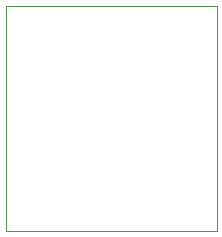
<source format=gm1>
%TF.GenerationSoftware,KiCad,Pcbnew,(5.99.0-7340-g1a9878d6d3)*%
%TF.CreationDate,2020-12-04T16:26:36+02:00*%
%TF.ProjectId,borraja,626f7272-616a-4612-9e6b-696361645f70,rev?*%
%TF.SameCoordinates,Original*%
%TF.FileFunction,Profile,NP*%
%FSLAX46Y46*%
G04 Gerber Fmt 4.6, Leading zero omitted, Abs format (unit mm)*
G04 Created by KiCad (PCBNEW (5.99.0-7340-g1a9878d6d3)) date 2020-12-04 16:26:36*
%MOMM*%
%LPD*%
G01*
G04 APERTURE LIST*
%TA.AperFunction,Profile*%
%ADD10C,0.100000*%
%TD*%
G04 APERTURE END LIST*
D10*
X138400000Y-103000000D02*
X156250000Y-103000000D01*
X156250000Y-103000000D02*
X156250000Y-84000000D01*
X156250000Y-84000000D02*
X138400000Y-84000000D01*
X138400000Y-84000000D02*
X138400000Y-103000000D01*
M02*

</source>
